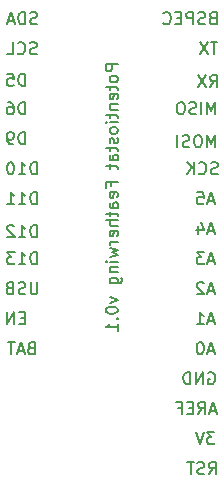
<source format=gbr>
G04 #@! TF.GenerationSoftware,KiCad,Pcbnew,5.0.2-bee76a0~70~ubuntu18.04.1*
G04 #@! TF.CreationDate,2019-09-12T15:25:54-07:00*
G04 #@! TF.ProjectId,potentiostat_featherwing,706f7465-6e74-4696-9f73-7461745f6665,rev?*
G04 #@! TF.SameCoordinates,Original*
G04 #@! TF.FileFunction,Legend,Bot*
G04 #@! TF.FilePolarity,Positive*
%FSLAX46Y46*%
G04 Gerber Fmt 4.6, Leading zero omitted, Abs format (unit mm)*
G04 Created by KiCad (PCBNEW 5.0.2-bee76a0~70~ubuntu18.04.1) date Thu 12 Sep 2019 03:25:54 PM PDT*
%MOMM*%
%LPD*%
G01*
G04 APERTURE LIST*
%ADD10C,0.203200*%
G04 APERTURE END LIST*
D10*
X51259619Y-35614428D02*
X50243619Y-35614428D01*
X50243619Y-36001476D01*
X50292000Y-36098238D01*
X50340380Y-36146619D01*
X50437142Y-36195000D01*
X50582285Y-36195000D01*
X50679047Y-36146619D01*
X50727428Y-36098238D01*
X50775809Y-36001476D01*
X50775809Y-35614428D01*
X51259619Y-36775571D02*
X51211238Y-36678809D01*
X51162857Y-36630428D01*
X51066095Y-36582047D01*
X50775809Y-36582047D01*
X50679047Y-36630428D01*
X50630666Y-36678809D01*
X50582285Y-36775571D01*
X50582285Y-36920714D01*
X50630666Y-37017476D01*
X50679047Y-37065857D01*
X50775809Y-37114238D01*
X51066095Y-37114238D01*
X51162857Y-37065857D01*
X51211238Y-37017476D01*
X51259619Y-36920714D01*
X51259619Y-36775571D01*
X50582285Y-37404523D02*
X50582285Y-37791571D01*
X50243619Y-37549666D02*
X51114476Y-37549666D01*
X51211238Y-37598047D01*
X51259619Y-37694809D01*
X51259619Y-37791571D01*
X51211238Y-38517285D02*
X51259619Y-38420523D01*
X51259619Y-38227000D01*
X51211238Y-38130238D01*
X51114476Y-38081857D01*
X50727428Y-38081857D01*
X50630666Y-38130238D01*
X50582285Y-38227000D01*
X50582285Y-38420523D01*
X50630666Y-38517285D01*
X50727428Y-38565666D01*
X50824190Y-38565666D01*
X50920952Y-38081857D01*
X50582285Y-39001095D02*
X51259619Y-39001095D01*
X50679047Y-39001095D02*
X50630666Y-39049476D01*
X50582285Y-39146238D01*
X50582285Y-39291380D01*
X50630666Y-39388142D01*
X50727428Y-39436523D01*
X51259619Y-39436523D01*
X50582285Y-39775190D02*
X50582285Y-40162238D01*
X50243619Y-39920333D02*
X51114476Y-39920333D01*
X51211238Y-39968714D01*
X51259619Y-40065476D01*
X51259619Y-40162238D01*
X51259619Y-40500904D02*
X50582285Y-40500904D01*
X50243619Y-40500904D02*
X50292000Y-40452523D01*
X50340380Y-40500904D01*
X50292000Y-40549285D01*
X50243619Y-40500904D01*
X50340380Y-40500904D01*
X51259619Y-41129857D02*
X51211238Y-41033095D01*
X51162857Y-40984714D01*
X51066095Y-40936333D01*
X50775809Y-40936333D01*
X50679047Y-40984714D01*
X50630666Y-41033095D01*
X50582285Y-41129857D01*
X50582285Y-41275000D01*
X50630666Y-41371761D01*
X50679047Y-41420142D01*
X50775809Y-41468523D01*
X51066095Y-41468523D01*
X51162857Y-41420142D01*
X51211238Y-41371761D01*
X51259619Y-41275000D01*
X51259619Y-41129857D01*
X51211238Y-41855571D02*
X51259619Y-41952333D01*
X51259619Y-42145857D01*
X51211238Y-42242619D01*
X51114476Y-42290999D01*
X51066095Y-42290999D01*
X50969333Y-42242619D01*
X50920952Y-42145857D01*
X50920952Y-42000714D01*
X50872571Y-41903952D01*
X50775809Y-41855571D01*
X50727428Y-41855571D01*
X50630666Y-41903952D01*
X50582285Y-42000714D01*
X50582285Y-42145857D01*
X50630666Y-42242619D01*
X50582285Y-42581285D02*
X50582285Y-42968333D01*
X50243619Y-42726428D02*
X51114476Y-42726428D01*
X51211238Y-42774809D01*
X51259619Y-42871571D01*
X51259619Y-42968333D01*
X51259619Y-43742428D02*
X50727428Y-43742428D01*
X50630666Y-43694047D01*
X50582285Y-43597285D01*
X50582285Y-43403761D01*
X50630666Y-43306999D01*
X51211238Y-43742428D02*
X51259619Y-43645666D01*
X51259619Y-43403761D01*
X51211238Y-43306999D01*
X51114476Y-43258619D01*
X51017714Y-43258619D01*
X50920952Y-43306999D01*
X50872571Y-43403761D01*
X50872571Y-43645666D01*
X50824190Y-43742428D01*
X50582285Y-44081095D02*
X50582285Y-44468142D01*
X50243619Y-44226238D02*
X51114476Y-44226238D01*
X51211238Y-44274619D01*
X51259619Y-44371380D01*
X51259619Y-44468142D01*
X50727428Y-45919571D02*
X50727428Y-45580904D01*
X51259619Y-45580904D02*
X50243619Y-45580904D01*
X50243619Y-46064714D01*
X51211238Y-46838809D02*
X51259619Y-46742047D01*
X51259619Y-46548523D01*
X51211238Y-46451761D01*
X51114476Y-46403380D01*
X50727428Y-46403380D01*
X50630666Y-46451761D01*
X50582285Y-46548523D01*
X50582285Y-46742047D01*
X50630666Y-46838809D01*
X50727428Y-46887190D01*
X50824190Y-46887190D01*
X50920952Y-46403380D01*
X51259619Y-47758047D02*
X50727428Y-47758047D01*
X50630666Y-47709666D01*
X50582285Y-47612904D01*
X50582285Y-47419380D01*
X50630666Y-47322619D01*
X51211238Y-47758047D02*
X51259619Y-47661285D01*
X51259619Y-47419380D01*
X51211238Y-47322619D01*
X51114476Y-47274238D01*
X51017714Y-47274238D01*
X50920952Y-47322619D01*
X50872571Y-47419380D01*
X50872571Y-47661285D01*
X50824190Y-47758047D01*
X50582285Y-48096714D02*
X50582285Y-48483761D01*
X50243619Y-48241857D02*
X51114476Y-48241857D01*
X51211238Y-48290238D01*
X51259619Y-48387000D01*
X51259619Y-48483761D01*
X51259619Y-48822428D02*
X50243619Y-48822428D01*
X51259619Y-49257857D02*
X50727428Y-49257857D01*
X50630666Y-49209476D01*
X50582285Y-49112714D01*
X50582285Y-48967571D01*
X50630666Y-48870809D01*
X50679047Y-48822428D01*
X51211238Y-50128714D02*
X51259619Y-50031952D01*
X51259619Y-49838428D01*
X51211238Y-49741666D01*
X51114476Y-49693285D01*
X50727428Y-49693285D01*
X50630666Y-49741666D01*
X50582285Y-49838428D01*
X50582285Y-50031952D01*
X50630666Y-50128714D01*
X50727428Y-50177095D01*
X50824190Y-50177095D01*
X50920952Y-49693285D01*
X51259619Y-50612523D02*
X50582285Y-50612523D01*
X50775809Y-50612523D02*
X50679047Y-50660904D01*
X50630666Y-50709285D01*
X50582285Y-50806047D01*
X50582285Y-50902809D01*
X50582285Y-51144714D02*
X51259619Y-51338238D01*
X50775809Y-51531761D01*
X51259619Y-51725285D01*
X50582285Y-51918809D01*
X51259619Y-52305857D02*
X50582285Y-52305857D01*
X50243619Y-52305857D02*
X50292000Y-52257476D01*
X50340380Y-52305857D01*
X50292000Y-52354238D01*
X50243619Y-52305857D01*
X50340380Y-52305857D01*
X50582285Y-52789666D02*
X51259619Y-52789666D01*
X50679047Y-52789666D02*
X50630666Y-52838047D01*
X50582285Y-52934809D01*
X50582285Y-53079952D01*
X50630666Y-53176714D01*
X50727428Y-53225095D01*
X51259619Y-53225095D01*
X50582285Y-54144333D02*
X51404761Y-54144333D01*
X51501523Y-54095952D01*
X51549904Y-54047571D01*
X51598285Y-53950809D01*
X51598285Y-53805666D01*
X51549904Y-53708904D01*
X51211238Y-54144333D02*
X51259619Y-54047571D01*
X51259619Y-53854047D01*
X51211238Y-53757285D01*
X51162857Y-53708904D01*
X51066095Y-53660523D01*
X50775809Y-53660523D01*
X50679047Y-53708904D01*
X50630666Y-53757285D01*
X50582285Y-53854047D01*
X50582285Y-54047571D01*
X50630666Y-54144333D01*
X50582285Y-55305476D02*
X51259619Y-55547380D01*
X50582285Y-55789285D01*
X50243619Y-56369857D02*
X50243619Y-56466619D01*
X50292000Y-56563380D01*
X50340380Y-56611761D01*
X50437142Y-56660142D01*
X50630666Y-56708523D01*
X50872571Y-56708523D01*
X51066095Y-56660142D01*
X51162857Y-56611761D01*
X51211238Y-56563380D01*
X51259619Y-56466619D01*
X51259619Y-56369857D01*
X51211238Y-56273095D01*
X51162857Y-56224714D01*
X51066095Y-56176333D01*
X50872571Y-56127952D01*
X50630666Y-56127952D01*
X50437142Y-56176333D01*
X50340380Y-56224714D01*
X50292000Y-56273095D01*
X50243619Y-56369857D01*
X51162857Y-57143952D02*
X51211238Y-57192333D01*
X51259619Y-57143952D01*
X51211238Y-57095571D01*
X51162857Y-57143952D01*
X51259619Y-57143952D01*
X51259619Y-58159952D02*
X51259619Y-57579380D01*
X51259619Y-57869666D02*
X50243619Y-57869666D01*
X50388761Y-57772904D01*
X50485523Y-57676142D01*
X50533904Y-57579380D01*
G04 #@! TO.C,U1*
X58976380Y-70309619D02*
X59315047Y-69825809D01*
X59556952Y-70309619D02*
X59556952Y-69293619D01*
X59169904Y-69293619D01*
X59073142Y-69342000D01*
X59024761Y-69390380D01*
X58976380Y-69487142D01*
X58976380Y-69632285D01*
X59024761Y-69729047D01*
X59073142Y-69777428D01*
X59169904Y-69825809D01*
X59556952Y-69825809D01*
X58589333Y-70261238D02*
X58444190Y-70309619D01*
X58202285Y-70309619D01*
X58105523Y-70261238D01*
X58057142Y-70212857D01*
X58008761Y-70116095D01*
X58008761Y-70019333D01*
X58057142Y-69922571D01*
X58105523Y-69874190D01*
X58202285Y-69825809D01*
X58395809Y-69777428D01*
X58492571Y-69729047D01*
X58540952Y-69680666D01*
X58589333Y-69583904D01*
X58589333Y-69487142D01*
X58540952Y-69390380D01*
X58492571Y-69342000D01*
X58395809Y-69293619D01*
X58153904Y-69293619D01*
X58008761Y-69342000D01*
X57718476Y-69293619D02*
X57137904Y-69293619D01*
X57428190Y-70309619D02*
X57428190Y-69293619D01*
X59448095Y-66753619D02*
X58819142Y-66753619D01*
X59157809Y-67140666D01*
X59012666Y-67140666D01*
X58915904Y-67189047D01*
X58867523Y-67237428D01*
X58819142Y-67334190D01*
X58819142Y-67576095D01*
X58867523Y-67672857D01*
X58915904Y-67721238D01*
X59012666Y-67769619D01*
X59302952Y-67769619D01*
X59399714Y-67721238D01*
X59448095Y-67672857D01*
X58528857Y-66753619D02*
X58190190Y-67769619D01*
X57851523Y-66753619D01*
X59556952Y-64939333D02*
X59073142Y-64939333D01*
X59653714Y-65229619D02*
X59315047Y-64213619D01*
X58976380Y-65229619D01*
X58057142Y-65229619D02*
X58395809Y-64745809D01*
X58637714Y-65229619D02*
X58637714Y-64213619D01*
X58250666Y-64213619D01*
X58153904Y-64262000D01*
X58105523Y-64310380D01*
X58057142Y-64407142D01*
X58057142Y-64552285D01*
X58105523Y-64649047D01*
X58153904Y-64697428D01*
X58250666Y-64745809D01*
X58637714Y-64745809D01*
X57621714Y-64697428D02*
X57283047Y-64697428D01*
X57137904Y-65229619D02*
X57621714Y-65229619D01*
X57621714Y-64213619D01*
X57137904Y-64213619D01*
X56363809Y-64697428D02*
X56702476Y-64697428D01*
X56702476Y-65229619D02*
X56702476Y-64213619D01*
X56218666Y-64213619D01*
X58940095Y-61722000D02*
X59036857Y-61673619D01*
X59182000Y-61673619D01*
X59327142Y-61722000D01*
X59423904Y-61818761D01*
X59472285Y-61915523D01*
X59520666Y-62109047D01*
X59520666Y-62254190D01*
X59472285Y-62447714D01*
X59423904Y-62544476D01*
X59327142Y-62641238D01*
X59182000Y-62689619D01*
X59085238Y-62689619D01*
X58940095Y-62641238D01*
X58891714Y-62592857D01*
X58891714Y-62254190D01*
X59085238Y-62254190D01*
X58456285Y-62689619D02*
X58456285Y-61673619D01*
X57875714Y-62689619D01*
X57875714Y-61673619D01*
X57391904Y-62689619D02*
X57391904Y-61673619D01*
X57150000Y-61673619D01*
X57004857Y-61722000D01*
X56908095Y-61818761D01*
X56859714Y-61915523D01*
X56811333Y-62109047D01*
X56811333Y-62254190D01*
X56859714Y-62447714D01*
X56908095Y-62544476D01*
X57004857Y-62641238D01*
X57150000Y-62689619D01*
X57391904Y-62689619D01*
X59399714Y-59859333D02*
X58915904Y-59859333D01*
X59496476Y-60149619D02*
X59157809Y-59133619D01*
X58819142Y-60149619D01*
X58286952Y-59133619D02*
X58190190Y-59133619D01*
X58093428Y-59182000D01*
X58045047Y-59230380D01*
X57996666Y-59327142D01*
X57948285Y-59520666D01*
X57948285Y-59762571D01*
X57996666Y-59956095D01*
X58045047Y-60052857D01*
X58093428Y-60101238D01*
X58190190Y-60149619D01*
X58286952Y-60149619D01*
X58383714Y-60101238D01*
X58432095Y-60052857D01*
X58480476Y-59956095D01*
X58528857Y-59762571D01*
X58528857Y-59520666D01*
X58480476Y-59327142D01*
X58432095Y-59230380D01*
X58383714Y-59182000D01*
X58286952Y-59133619D01*
X59399714Y-57319333D02*
X58915904Y-57319333D01*
X59496476Y-57609619D02*
X59157809Y-56593619D01*
X58819142Y-57609619D01*
X57948285Y-57609619D02*
X58528857Y-57609619D01*
X58238571Y-57609619D02*
X58238571Y-56593619D01*
X58335333Y-56738761D01*
X58432095Y-56835523D01*
X58528857Y-56883904D01*
X59399714Y-54779333D02*
X58915904Y-54779333D01*
X59496476Y-55069619D02*
X59157809Y-54053619D01*
X58819142Y-55069619D01*
X58528857Y-54150380D02*
X58480476Y-54102000D01*
X58383714Y-54053619D01*
X58141809Y-54053619D01*
X58045047Y-54102000D01*
X57996666Y-54150380D01*
X57948285Y-54247142D01*
X57948285Y-54343904D01*
X57996666Y-54489047D01*
X58577238Y-55069619D01*
X57948285Y-55069619D01*
X59399714Y-52239333D02*
X58915904Y-52239333D01*
X59496476Y-52529619D02*
X59157809Y-51513619D01*
X58819142Y-52529619D01*
X58577238Y-51513619D02*
X57948285Y-51513619D01*
X58286952Y-51900666D01*
X58141809Y-51900666D01*
X58045047Y-51949047D01*
X57996666Y-51997428D01*
X57948285Y-52094190D01*
X57948285Y-52336095D01*
X57996666Y-52432857D01*
X58045047Y-52481238D01*
X58141809Y-52529619D01*
X58432095Y-52529619D01*
X58528857Y-52481238D01*
X58577238Y-52432857D01*
X59399714Y-49699333D02*
X58915904Y-49699333D01*
X59496476Y-49989619D02*
X59157809Y-48973619D01*
X58819142Y-49989619D01*
X58045047Y-49312285D02*
X58045047Y-49989619D01*
X58286952Y-48925238D02*
X58528857Y-49650952D01*
X57899904Y-49650952D01*
X59399714Y-47159333D02*
X58915904Y-47159333D01*
X59496476Y-47449619D02*
X59157809Y-46433619D01*
X58819142Y-47449619D01*
X57996666Y-46433619D02*
X58480476Y-46433619D01*
X58528857Y-46917428D01*
X58480476Y-46869047D01*
X58383714Y-46820666D01*
X58141809Y-46820666D01*
X58045047Y-46869047D01*
X57996666Y-46917428D01*
X57948285Y-47014190D01*
X57948285Y-47256095D01*
X57996666Y-47352857D01*
X58045047Y-47401238D01*
X58141809Y-47449619D01*
X58383714Y-47449619D01*
X58480476Y-47401238D01*
X58528857Y-47352857D01*
X59726285Y-44861238D02*
X59581142Y-44909619D01*
X59339238Y-44909619D01*
X59242476Y-44861238D01*
X59194095Y-44812857D01*
X59145714Y-44716095D01*
X59145714Y-44619333D01*
X59194095Y-44522571D01*
X59242476Y-44474190D01*
X59339238Y-44425809D01*
X59532761Y-44377428D01*
X59629523Y-44329047D01*
X59677904Y-44280666D01*
X59726285Y-44183904D01*
X59726285Y-44087142D01*
X59677904Y-43990380D01*
X59629523Y-43942000D01*
X59532761Y-43893619D01*
X59290857Y-43893619D01*
X59145714Y-43942000D01*
X58129714Y-44812857D02*
X58178095Y-44861238D01*
X58323238Y-44909619D01*
X58420000Y-44909619D01*
X58565142Y-44861238D01*
X58661904Y-44764476D01*
X58710285Y-44667714D01*
X58758666Y-44474190D01*
X58758666Y-44329047D01*
X58710285Y-44135523D01*
X58661904Y-44038761D01*
X58565142Y-43942000D01*
X58420000Y-43893619D01*
X58323238Y-43893619D01*
X58178095Y-43942000D01*
X58129714Y-43990380D01*
X57694285Y-44909619D02*
X57694285Y-43893619D01*
X57113714Y-44909619D02*
X57549142Y-44329047D01*
X57113714Y-43893619D02*
X57694285Y-44474190D01*
X59508571Y-42623619D02*
X59508571Y-41607619D01*
X59169904Y-42333333D01*
X58831238Y-41607619D01*
X58831238Y-42623619D01*
X58153904Y-41607619D02*
X57960380Y-41607619D01*
X57863619Y-41656000D01*
X57766857Y-41752761D01*
X57718476Y-41946285D01*
X57718476Y-42284952D01*
X57766857Y-42478476D01*
X57863619Y-42575238D01*
X57960380Y-42623619D01*
X58153904Y-42623619D01*
X58250666Y-42575238D01*
X58347428Y-42478476D01*
X58395809Y-42284952D01*
X58395809Y-41946285D01*
X58347428Y-41752761D01*
X58250666Y-41656000D01*
X58153904Y-41607619D01*
X57331428Y-42575238D02*
X57186285Y-42623619D01*
X56944380Y-42623619D01*
X56847619Y-42575238D01*
X56799238Y-42526857D01*
X56750857Y-42430095D01*
X56750857Y-42333333D01*
X56799238Y-42236571D01*
X56847619Y-42188190D01*
X56944380Y-42139809D01*
X57137904Y-42091428D01*
X57234666Y-42043047D01*
X57283047Y-41994666D01*
X57331428Y-41897904D01*
X57331428Y-41801142D01*
X57283047Y-41704380D01*
X57234666Y-41656000D01*
X57137904Y-41607619D01*
X56895999Y-41607619D01*
X56750857Y-41656000D01*
X56315428Y-42623619D02*
X56315428Y-41607619D01*
X59508571Y-39829619D02*
X59508571Y-38813619D01*
X59169904Y-39539333D01*
X58831238Y-38813619D01*
X58831238Y-39829619D01*
X58347428Y-39829619D02*
X58347428Y-38813619D01*
X57911999Y-39781238D02*
X57766857Y-39829619D01*
X57524952Y-39829619D01*
X57428190Y-39781238D01*
X57379809Y-39732857D01*
X57331428Y-39636095D01*
X57331428Y-39539333D01*
X57379809Y-39442571D01*
X57428190Y-39394190D01*
X57524952Y-39345809D01*
X57718476Y-39297428D01*
X57815238Y-39249047D01*
X57863619Y-39200666D01*
X57911999Y-39103904D01*
X57911999Y-39007142D01*
X57863619Y-38910380D01*
X57815238Y-38862000D01*
X57718476Y-38813619D01*
X57476571Y-38813619D01*
X57331428Y-38862000D01*
X56702476Y-38813619D02*
X56508952Y-38813619D01*
X56412190Y-38862000D01*
X56315428Y-38958761D01*
X56267047Y-39152285D01*
X56267047Y-39490952D01*
X56315428Y-39684476D01*
X56412190Y-39781238D01*
X56508952Y-39829619D01*
X56702476Y-39829619D01*
X56799238Y-39781238D01*
X56895999Y-39684476D01*
X56944380Y-39490952D01*
X56944380Y-39152285D01*
X56895999Y-38958761D01*
X56799238Y-38862000D01*
X56702476Y-38813619D01*
X59097333Y-37543619D02*
X59436000Y-37059809D01*
X59677904Y-37543619D02*
X59677904Y-36527619D01*
X59290857Y-36527619D01*
X59194095Y-36576000D01*
X59145714Y-36624380D01*
X59097333Y-36721142D01*
X59097333Y-36866285D01*
X59145714Y-36963047D01*
X59194095Y-37011428D01*
X59290857Y-37059809D01*
X59677904Y-37059809D01*
X58758666Y-36527619D02*
X58081333Y-37543619D01*
X58081333Y-36527619D02*
X58758666Y-37543619D01*
X59702095Y-33733619D02*
X59121523Y-33733619D01*
X59411809Y-34749619D02*
X59411809Y-33733619D01*
X58879619Y-33733619D02*
X58202285Y-34749619D01*
X58202285Y-33733619D02*
X58879619Y-34749619D01*
X59290857Y-31677428D02*
X59145714Y-31725809D01*
X59097333Y-31774190D01*
X59048952Y-31870952D01*
X59048952Y-32016095D01*
X59097333Y-32112857D01*
X59145714Y-32161238D01*
X59242476Y-32209619D01*
X59629523Y-32209619D01*
X59629523Y-31193619D01*
X59290857Y-31193619D01*
X59194095Y-31242000D01*
X59145714Y-31290380D01*
X59097333Y-31387142D01*
X59097333Y-31483904D01*
X59145714Y-31580666D01*
X59194095Y-31629047D01*
X59290857Y-31677428D01*
X59629523Y-31677428D01*
X58661904Y-32161238D02*
X58516761Y-32209619D01*
X58274857Y-32209619D01*
X58178095Y-32161238D01*
X58129714Y-32112857D01*
X58081333Y-32016095D01*
X58081333Y-31919333D01*
X58129714Y-31822571D01*
X58178095Y-31774190D01*
X58274857Y-31725809D01*
X58468380Y-31677428D01*
X58565142Y-31629047D01*
X58613523Y-31580666D01*
X58661904Y-31483904D01*
X58661904Y-31387142D01*
X58613523Y-31290380D01*
X58565142Y-31242000D01*
X58468380Y-31193619D01*
X58226476Y-31193619D01*
X58081333Y-31242000D01*
X57645904Y-32209619D02*
X57645904Y-31193619D01*
X57258857Y-31193619D01*
X57162095Y-31242000D01*
X57113714Y-31290380D01*
X57065333Y-31387142D01*
X57065333Y-31532285D01*
X57113714Y-31629047D01*
X57162095Y-31677428D01*
X57258857Y-31725809D01*
X57645904Y-31725809D01*
X56629904Y-31677428D02*
X56291238Y-31677428D01*
X56146095Y-32209619D02*
X56629904Y-32209619D01*
X56629904Y-31193619D01*
X56146095Y-31193619D01*
X55130095Y-32112857D02*
X55178476Y-32161238D01*
X55323619Y-32209619D01*
X55420380Y-32209619D01*
X55565523Y-32161238D01*
X55662285Y-32064476D01*
X55710666Y-31967714D01*
X55759047Y-31774190D01*
X55759047Y-31629047D01*
X55710666Y-31435523D01*
X55662285Y-31338761D01*
X55565523Y-31242000D01*
X55420380Y-31193619D01*
X55323619Y-31193619D01*
X55178476Y-31242000D01*
X55130095Y-31290380D01*
X43929904Y-59617428D02*
X43784761Y-59665809D01*
X43736380Y-59714190D01*
X43688000Y-59810952D01*
X43688000Y-59956095D01*
X43736380Y-60052857D01*
X43784761Y-60101238D01*
X43881523Y-60149619D01*
X44268571Y-60149619D01*
X44268571Y-59133619D01*
X43929904Y-59133619D01*
X43833142Y-59182000D01*
X43784761Y-59230380D01*
X43736380Y-59327142D01*
X43736380Y-59423904D01*
X43784761Y-59520666D01*
X43833142Y-59569047D01*
X43929904Y-59617428D01*
X44268571Y-59617428D01*
X43300952Y-59859333D02*
X42817142Y-59859333D01*
X43397714Y-60149619D02*
X43059047Y-59133619D01*
X42720380Y-60149619D01*
X42526857Y-59133619D02*
X41946285Y-59133619D01*
X42236571Y-60149619D02*
X42236571Y-59133619D01*
X43421904Y-57077428D02*
X43083238Y-57077428D01*
X42938095Y-57609619D02*
X43421904Y-57609619D01*
X43421904Y-56593619D01*
X42938095Y-56593619D01*
X42502666Y-57609619D02*
X42502666Y-56593619D01*
X41922095Y-57609619D01*
X41922095Y-56593619D01*
X44462095Y-54053619D02*
X44462095Y-54876095D01*
X44413714Y-54972857D01*
X44365333Y-55021238D01*
X44268571Y-55069619D01*
X44075047Y-55069619D01*
X43978285Y-55021238D01*
X43929904Y-54972857D01*
X43881523Y-54876095D01*
X43881523Y-54053619D01*
X43446095Y-55021238D02*
X43300952Y-55069619D01*
X43059047Y-55069619D01*
X42962285Y-55021238D01*
X42913904Y-54972857D01*
X42865523Y-54876095D01*
X42865523Y-54779333D01*
X42913904Y-54682571D01*
X42962285Y-54634190D01*
X43059047Y-54585809D01*
X43252571Y-54537428D01*
X43349333Y-54489047D01*
X43397714Y-54440666D01*
X43446095Y-54343904D01*
X43446095Y-54247142D01*
X43397714Y-54150380D01*
X43349333Y-54102000D01*
X43252571Y-54053619D01*
X43010666Y-54053619D01*
X42865523Y-54102000D01*
X42091428Y-54537428D02*
X41946285Y-54585809D01*
X41897904Y-54634190D01*
X41849523Y-54730952D01*
X41849523Y-54876095D01*
X41897904Y-54972857D01*
X41946285Y-55021238D01*
X42043047Y-55069619D01*
X42430095Y-55069619D01*
X42430095Y-54053619D01*
X42091428Y-54053619D01*
X41994666Y-54102000D01*
X41946285Y-54150380D01*
X41897904Y-54247142D01*
X41897904Y-54343904D01*
X41946285Y-54440666D01*
X41994666Y-54489047D01*
X42091428Y-54537428D01*
X42430095Y-54537428D01*
X44413714Y-52529619D02*
X44413714Y-51513619D01*
X44171809Y-51513619D01*
X44026666Y-51562000D01*
X43929904Y-51658761D01*
X43881523Y-51755523D01*
X43833142Y-51949047D01*
X43833142Y-52094190D01*
X43881523Y-52287714D01*
X43929904Y-52384476D01*
X44026666Y-52481238D01*
X44171809Y-52529619D01*
X44413714Y-52529619D01*
X42865523Y-52529619D02*
X43446095Y-52529619D01*
X43155809Y-52529619D02*
X43155809Y-51513619D01*
X43252571Y-51658761D01*
X43349333Y-51755523D01*
X43446095Y-51803904D01*
X42526857Y-51513619D02*
X41897904Y-51513619D01*
X42236571Y-51900666D01*
X42091428Y-51900666D01*
X41994666Y-51949047D01*
X41946285Y-51997428D01*
X41897904Y-52094190D01*
X41897904Y-52336095D01*
X41946285Y-52432857D01*
X41994666Y-52481238D01*
X42091428Y-52529619D01*
X42381714Y-52529619D01*
X42478476Y-52481238D01*
X42526857Y-52432857D01*
X44413714Y-50243619D02*
X44413714Y-49227619D01*
X44171809Y-49227619D01*
X44026666Y-49276000D01*
X43929904Y-49372761D01*
X43881523Y-49469523D01*
X43833142Y-49663047D01*
X43833142Y-49808190D01*
X43881523Y-50001714D01*
X43929904Y-50098476D01*
X44026666Y-50195238D01*
X44171809Y-50243619D01*
X44413714Y-50243619D01*
X42865523Y-50243619D02*
X43446095Y-50243619D01*
X43155809Y-50243619D02*
X43155809Y-49227619D01*
X43252571Y-49372761D01*
X43349333Y-49469523D01*
X43446095Y-49517904D01*
X42478476Y-49324380D02*
X42430095Y-49276000D01*
X42333333Y-49227619D01*
X42091428Y-49227619D01*
X41994666Y-49276000D01*
X41946285Y-49324380D01*
X41897904Y-49421142D01*
X41897904Y-49517904D01*
X41946285Y-49663047D01*
X42526857Y-50243619D01*
X41897904Y-50243619D01*
X44413714Y-47449619D02*
X44413714Y-46433619D01*
X44171809Y-46433619D01*
X44026666Y-46482000D01*
X43929904Y-46578761D01*
X43881523Y-46675523D01*
X43833142Y-46869047D01*
X43833142Y-47014190D01*
X43881523Y-47207714D01*
X43929904Y-47304476D01*
X44026666Y-47401238D01*
X44171809Y-47449619D01*
X44413714Y-47449619D01*
X42865523Y-47449619D02*
X43446095Y-47449619D01*
X43155809Y-47449619D02*
X43155809Y-46433619D01*
X43252571Y-46578761D01*
X43349333Y-46675523D01*
X43446095Y-46723904D01*
X41897904Y-47449619D02*
X42478476Y-47449619D01*
X42188190Y-47449619D02*
X42188190Y-46433619D01*
X42284952Y-46578761D01*
X42381714Y-46675523D01*
X42478476Y-46723904D01*
X44413714Y-44909619D02*
X44413714Y-43893619D01*
X44171809Y-43893619D01*
X44026666Y-43942000D01*
X43929904Y-44038761D01*
X43881523Y-44135523D01*
X43833142Y-44329047D01*
X43833142Y-44474190D01*
X43881523Y-44667714D01*
X43929904Y-44764476D01*
X44026666Y-44861238D01*
X44171809Y-44909619D01*
X44413714Y-44909619D01*
X42865523Y-44909619D02*
X43446095Y-44909619D01*
X43155809Y-44909619D02*
X43155809Y-43893619D01*
X43252571Y-44038761D01*
X43349333Y-44135523D01*
X43446095Y-44183904D01*
X42236571Y-43893619D02*
X42139809Y-43893619D01*
X42043047Y-43942000D01*
X41994666Y-43990380D01*
X41946285Y-44087142D01*
X41897904Y-44280666D01*
X41897904Y-44522571D01*
X41946285Y-44716095D01*
X41994666Y-44812857D01*
X42043047Y-44861238D01*
X42139809Y-44909619D01*
X42236571Y-44909619D01*
X42333333Y-44861238D01*
X42381714Y-44812857D01*
X42430095Y-44716095D01*
X42478476Y-44522571D01*
X42478476Y-44280666D01*
X42430095Y-44087142D01*
X42381714Y-43990380D01*
X42333333Y-43942000D01*
X42236571Y-43893619D01*
X43421904Y-42369619D02*
X43421904Y-41353619D01*
X43180000Y-41353619D01*
X43034857Y-41402000D01*
X42938095Y-41498761D01*
X42889714Y-41595523D01*
X42841333Y-41789047D01*
X42841333Y-41934190D01*
X42889714Y-42127714D01*
X42938095Y-42224476D01*
X43034857Y-42321238D01*
X43180000Y-42369619D01*
X43421904Y-42369619D01*
X42357523Y-42369619D02*
X42164000Y-42369619D01*
X42067238Y-42321238D01*
X42018857Y-42272857D01*
X41922095Y-42127714D01*
X41873714Y-41934190D01*
X41873714Y-41547142D01*
X41922095Y-41450380D01*
X41970476Y-41402000D01*
X42067238Y-41353619D01*
X42260761Y-41353619D01*
X42357523Y-41402000D01*
X42405904Y-41450380D01*
X42454285Y-41547142D01*
X42454285Y-41789047D01*
X42405904Y-41885809D01*
X42357523Y-41934190D01*
X42260761Y-41982571D01*
X42067238Y-41982571D01*
X41970476Y-41934190D01*
X41922095Y-41885809D01*
X41873714Y-41789047D01*
X43421904Y-39829619D02*
X43421904Y-38813619D01*
X43180000Y-38813619D01*
X43034857Y-38862000D01*
X42938095Y-38958761D01*
X42889714Y-39055523D01*
X42841333Y-39249047D01*
X42841333Y-39394190D01*
X42889714Y-39587714D01*
X42938095Y-39684476D01*
X43034857Y-39781238D01*
X43180000Y-39829619D01*
X43421904Y-39829619D01*
X41970476Y-38813619D02*
X42164000Y-38813619D01*
X42260761Y-38862000D01*
X42309142Y-38910380D01*
X42405904Y-39055523D01*
X42454285Y-39249047D01*
X42454285Y-39636095D01*
X42405904Y-39732857D01*
X42357523Y-39781238D01*
X42260761Y-39829619D01*
X42067238Y-39829619D01*
X41970476Y-39781238D01*
X41922095Y-39732857D01*
X41873714Y-39636095D01*
X41873714Y-39394190D01*
X41922095Y-39297428D01*
X41970476Y-39249047D01*
X42067238Y-39200666D01*
X42260761Y-39200666D01*
X42357523Y-39249047D01*
X42405904Y-39297428D01*
X42454285Y-39394190D01*
X43421904Y-37416619D02*
X43421904Y-36400619D01*
X43180000Y-36400619D01*
X43034857Y-36449000D01*
X42938095Y-36545761D01*
X42889714Y-36642523D01*
X42841333Y-36836047D01*
X42841333Y-36981190D01*
X42889714Y-37174714D01*
X42938095Y-37271476D01*
X43034857Y-37368238D01*
X43180000Y-37416619D01*
X43421904Y-37416619D01*
X41922095Y-36400619D02*
X42405904Y-36400619D01*
X42454285Y-36884428D01*
X42405904Y-36836047D01*
X42309142Y-36787666D01*
X42067238Y-36787666D01*
X41970476Y-36836047D01*
X41922095Y-36884428D01*
X41873714Y-36981190D01*
X41873714Y-37223095D01*
X41922095Y-37319857D01*
X41970476Y-37368238D01*
X42067238Y-37416619D01*
X42309142Y-37416619D01*
X42405904Y-37368238D01*
X42454285Y-37319857D01*
X44389523Y-34701238D02*
X44244380Y-34749619D01*
X44002476Y-34749619D01*
X43905714Y-34701238D01*
X43857333Y-34652857D01*
X43808952Y-34556095D01*
X43808952Y-34459333D01*
X43857333Y-34362571D01*
X43905714Y-34314190D01*
X44002476Y-34265809D01*
X44196000Y-34217428D01*
X44292761Y-34169047D01*
X44341142Y-34120666D01*
X44389523Y-34023904D01*
X44389523Y-33927142D01*
X44341142Y-33830380D01*
X44292761Y-33782000D01*
X44196000Y-33733619D01*
X43954095Y-33733619D01*
X43808952Y-33782000D01*
X42792952Y-34652857D02*
X42841333Y-34701238D01*
X42986476Y-34749619D01*
X43083238Y-34749619D01*
X43228380Y-34701238D01*
X43325142Y-34604476D01*
X43373523Y-34507714D01*
X43421904Y-34314190D01*
X43421904Y-34169047D01*
X43373523Y-33975523D01*
X43325142Y-33878761D01*
X43228380Y-33782000D01*
X43083238Y-33733619D01*
X42986476Y-33733619D01*
X42841333Y-33782000D01*
X42792952Y-33830380D01*
X41873714Y-34749619D02*
X42357523Y-34749619D01*
X42357523Y-33733619D01*
X44413714Y-32161238D02*
X44268571Y-32209619D01*
X44026666Y-32209619D01*
X43929904Y-32161238D01*
X43881523Y-32112857D01*
X43833142Y-32016095D01*
X43833142Y-31919333D01*
X43881523Y-31822571D01*
X43929904Y-31774190D01*
X44026666Y-31725809D01*
X44220190Y-31677428D01*
X44316952Y-31629047D01*
X44365333Y-31580666D01*
X44413714Y-31483904D01*
X44413714Y-31387142D01*
X44365333Y-31290380D01*
X44316952Y-31242000D01*
X44220190Y-31193619D01*
X43978285Y-31193619D01*
X43833142Y-31242000D01*
X43397714Y-32209619D02*
X43397714Y-31193619D01*
X43155809Y-31193619D01*
X43010666Y-31242000D01*
X42913904Y-31338761D01*
X42865523Y-31435523D01*
X42817142Y-31629047D01*
X42817142Y-31774190D01*
X42865523Y-31967714D01*
X42913904Y-32064476D01*
X43010666Y-32161238D01*
X43155809Y-32209619D01*
X43397714Y-32209619D01*
X42430095Y-31919333D02*
X41946285Y-31919333D01*
X42526857Y-32209619D02*
X42188190Y-31193619D01*
X41849523Y-32209619D01*
G04 #@! TD*
M02*

</source>
